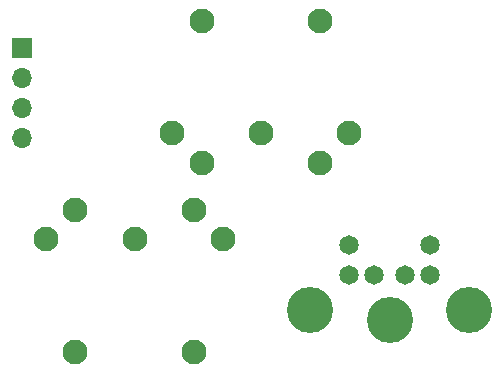
<source format=gbs>
G04 #@! TF.GenerationSoftware,KiCad,Pcbnew,(6.0.10)*
G04 #@! TF.CreationDate,2023-01-16T18:28:26-05:00*
G04 #@! TF.ProjectId,at2xt,61743278-742e-46b6-9963-61645f706362,rev?*
G04 #@! TF.SameCoordinates,PX9fdfbc0PY31a8670*
G04 #@! TF.FileFunction,Soldermask,Bot*
G04 #@! TF.FilePolarity,Negative*
%FSLAX46Y46*%
G04 Gerber Fmt 4.6, Leading zero omitted, Abs format (unit mm)*
G04 Created by KiCad (PCBNEW (6.0.10)) date 2023-01-16 18:28:26*
%MOMM*%
%LPD*%
G01*
G04 APERTURE LIST*
%ADD10C,2.100000*%
%ADD11C,3.900000*%
%ADD12C,1.650000*%
%ADD13R,1.700000X1.700000*%
%ADD14O,1.700000X1.700000*%
G04 APERTURE END LIST*
D10*
G04 #@! TO.C,J2*
X-29842500Y-15430000D03*
X-22342500Y-15430000D03*
X-14842500Y-15430000D03*
X-27342500Y-17930000D03*
X-17342500Y-17930000D03*
X-27342500Y-5930000D03*
X-17342500Y-5930000D03*
G04 #@! TD*
D11*
G04 #@! TO.C,J4*
X-18180000Y-30430000D03*
X-11430000Y-31230000D03*
X-4680000Y-30430000D03*
D12*
X-14830000Y-24930000D03*
X-8030000Y-24930000D03*
X-14830000Y-27430000D03*
X-8030000Y-27430000D03*
X-12730000Y-27430000D03*
X-10130000Y-27430000D03*
G04 #@! TD*
D10*
G04 #@! TO.C,J3*
X-25520000Y-24430000D03*
X-33020000Y-24430000D03*
X-40520000Y-24430000D03*
X-28020000Y-21930000D03*
X-38020000Y-21930000D03*
X-28020000Y-33930000D03*
X-38020000Y-33930000D03*
G04 #@! TD*
D13*
G04 #@! TO.C,J1*
X-42545000Y-8255000D03*
D14*
X-42545000Y-10795000D03*
X-42545000Y-13335000D03*
X-42545000Y-15875000D03*
G04 #@! TD*
M02*

</source>
